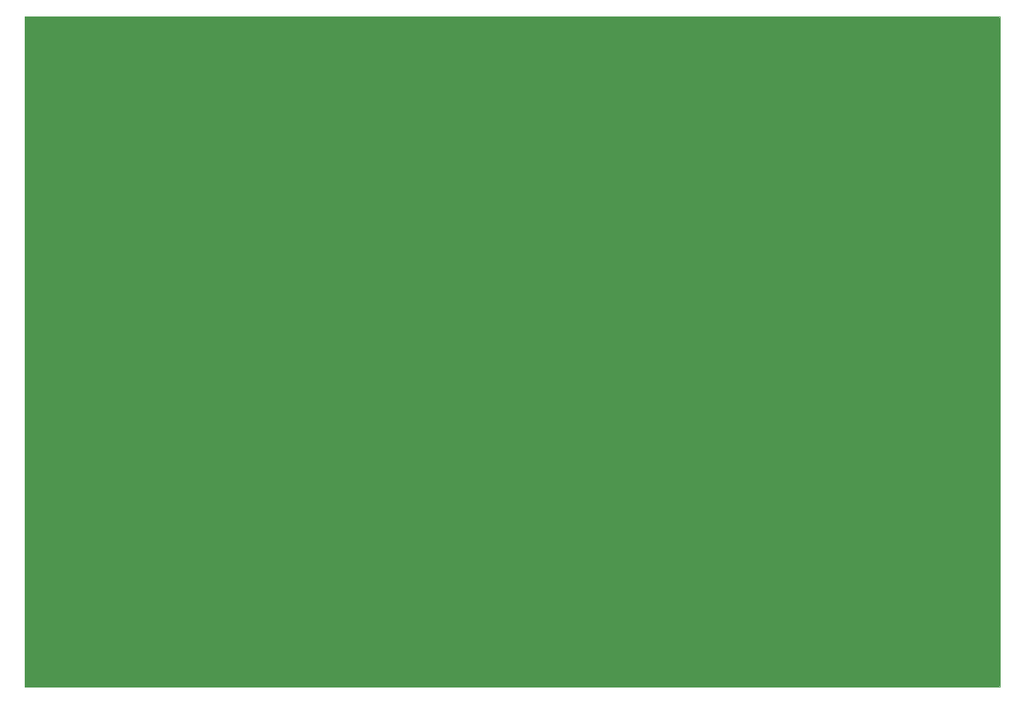
<source format=gbr>
%TF.GenerationSoftware,KiCad,Pcbnew,(7.0.0)*%
%TF.CreationDate,2023-06-01T13:02:33-06:00*%
%TF.ProjectId,V1,56312e6b-6963-4616-945f-706362585858,rev?*%
%TF.SameCoordinates,Original*%
%TF.FileFunction,Profile,NP*%
%FSLAX46Y46*%
G04 Gerber Fmt 4.6, Leading zero omitted, Abs format (unit mm)*
G04 Created by KiCad (PCBNEW (7.0.0)) date 2023-06-01 13:02:33*
%MOMM*%
%LPD*%
G01*
G04 APERTURE LIST*
%TA.AperFunction,Profile*%
%ADD10C,0.100000*%
%TD*%
G04 APERTURE END LIST*
D10*
X91900000Y-51300000D02*
X212000000Y-51300000D01*
X212000000Y-51300000D02*
X212000000Y-133900000D01*
X212000000Y-133900000D02*
X91900000Y-133900000D01*
X91900000Y-133900000D02*
X91900000Y-51300000D01*
G36*
X211938000Y-51316613D02*
G01*
X211983387Y-51362000D01*
X212000000Y-51424000D01*
X212000000Y-133776000D01*
X211983387Y-133838000D01*
X211938000Y-133883387D01*
X211876000Y-133900000D01*
X92024000Y-133900000D01*
X91962000Y-133883387D01*
X91916613Y-133838000D01*
X91900000Y-133776000D01*
X91900000Y-51424000D01*
X91916613Y-51362000D01*
X91962000Y-51316613D01*
X92024000Y-51300000D01*
X211876000Y-51300000D01*
X211938000Y-51316613D01*
G37*
M02*

</source>
